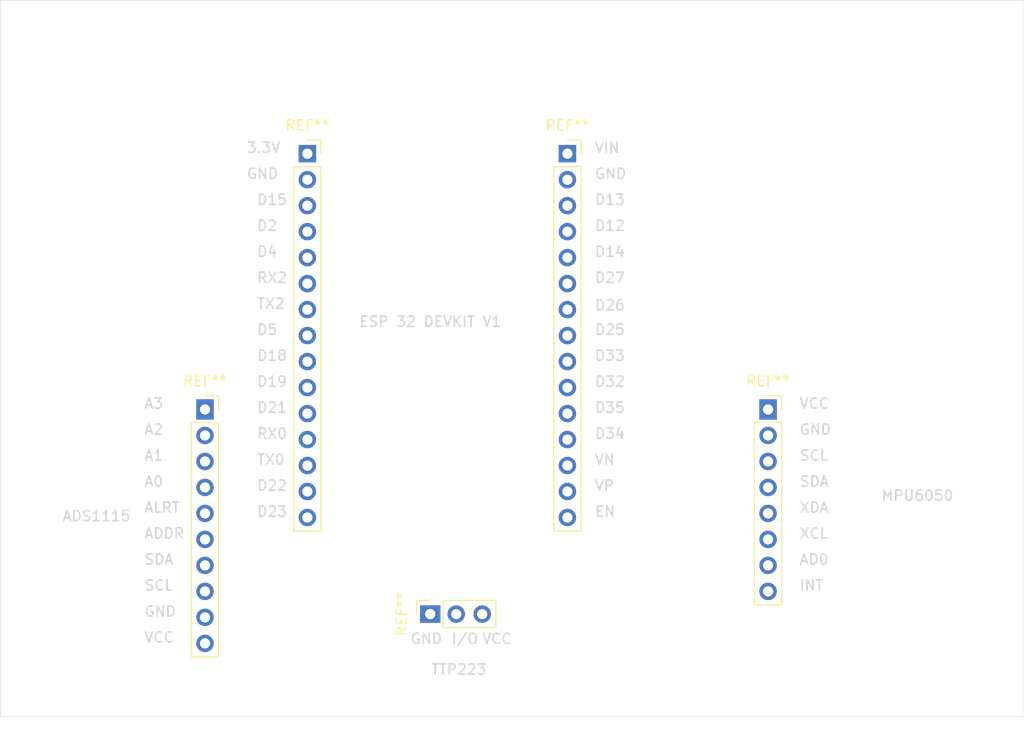
<source format=kicad_pcb>
(kicad_pcb (version 20241229) (generator "pcbnew") (generator_version "9.0")
  (layers (0 "F.Cu" signal) (2 "B.Cu" signal) (13 "F.Paste" user) (15 "B.Paste" user) (5 "F.SilkS" user "F.Silkscreen") (7 "B.SilkS" user "B.Silkscreen") (1 "F.Mask" user) (3 "B.Mask" user) (25 "Edge.Cuts" user))
  (net 0 "")
  (footprint "Connector_PinSocket_2.54mm:PinSocket_1x15_P2.54mm_Vertical" (layer "F.Cu") (at 30 15)
    (property "Reference" "REF**" (at 0 -2.77 0) (layer "F.SilkS"))
    (property "Value" "PinSocket_1x15_P2.54mm_Vertical")
    (fp_line (start -1.33 1.27) (end -1.33 36.89) (stroke (width 0.12)) (layer "F.SilkS"))
    (fp_line (start -1.33 1.27) (end 1.33 1.27) (stroke (width 0.12)) (layer "F.SilkS"))
    (fp_line (start -1.33 36.89) (end 1.33 36.89) (stroke (width 0.12)) (layer "F.SilkS"))
    (fp_line (start 0 -1.33) (end 1.33 -1.33) (stroke (width 0.12)) (layer "F.SilkS"))
    (fp_line (start 1.33 -1.33) (end 1.33 0) (stroke (width 0.12)) (layer "F.SilkS"))
    (fp_line (start 1.33 1.27) (end 1.33 36.89) (stroke (width 0.12)) (layer "F.SilkS"))
    (pad "1" thru_hole rect (at 0 0) (size 1.7 1.7) (drill 1) (layers "*.Cu" "*.Mask"))
    (pad "2" thru_hole circle (at 0 2.54) (size 1.7 1.7) (drill 1) (layers "*.Cu" "*.Mask"))
    (pad "3" thru_hole circle (at 0 5.08) (size 1.7 1.7) (drill 1) (layers "*.Cu" "*.Mask"))
    (pad "4" thru_hole circle (at 0 7.62) (size 1.7 1.7) (drill 1) (layers "*.Cu" "*.Mask"))
    (pad "5" thru_hole circle (at 0 10.16) (size 1.7 1.7) (drill 1) (layers "*.Cu" "*.Mask"))
    (pad "6" thru_hole circle (at 0 12.7) (size 1.7 1.7) (drill 1) (layers "*.Cu" "*.Mask"))
    (pad "7" thru_hole circle (at 0 15.24) (size 1.7 1.7) (drill 1) (layers "*.Cu" "*.Mask"))
    (pad "8" thru_hole circle (at 0 17.78) (size 1.7 1.7) (drill 1) (layers "*.Cu" "*.Mask"))
    (pad "9" thru_hole circle (at 0 20.32) (size 1.7 1.7) (drill 1) (layers "*.Cu" "*.Mask"))
    (pad "10" thru_hole circle (at 0 22.86) (size 1.7 1.7) (drill 1) (layers "*.Cu" "*.Mask"))
    (pad "11" thru_hole circle (at 0 25.4) (size 1.7 1.7) (drill 1) (layers "*.Cu" "*.Mask"))
    (pad "12" thru_hole circle (at 0 27.94) (size 1.7 1.7) (drill 1) (layers "*.Cu" "*.Mask"))
    (pad "13" thru_hole circle (at 0 30.48) (size 1.7 1.7) (drill 1) (layers "*.Cu" "*.Mask"))
    (pad "14" thru_hole circle (at 0 33.02) (size 1.7 1.7) (drill 1) (layers "*.Cu" "*.Mask"))
    (pad "15" thru_hole circle (at 0 35.56) (size 1.7 1.7) (drill 1) (layers "*.Cu" "*.Mask"))
  )
  (footprint "Connector_PinSocket_2.54mm:PinSocket_1x15_P2.54mm_Vertical" (layer "F.Cu") (at 55.4 15)
    (property "Reference" "REF**" (at 0 -2.77 0) (layer "F.SilkS"))
    (property "Value" "PinSocket_1x15_P2.54mm_Vertical")
    (fp_line (start -1.33 1.27) (end -1.33 36.89) (stroke (width 0.12)) (layer "F.SilkS"))
    (fp_line (start -1.33 1.27) (end 1.33 1.27) (stroke (width 0.12)) (layer "F.SilkS"))
    (fp_line (start -1.33 36.89) (end 1.33 36.89) (stroke (width 0.12)) (layer "F.SilkS"))
    (fp_line (start 0 -1.33) (end 1.33 -1.33) (stroke (width 0.12)) (layer "F.SilkS"))
    (fp_line (start 1.33 -1.33) (end 1.33 0) (stroke (width 0.12)) (layer "F.SilkS"))
    (fp_line (start 1.33 1.27) (end 1.33 36.89) (stroke (width 0.12)) (layer "F.SilkS"))
    (pad "1" thru_hole rect (at 0 0) (size 1.7 1.7) (drill 1) (layers "*.Cu" "*.Mask"))
    (pad "2" thru_hole circle (at 0 2.54) (size 1.7 1.7) (drill 1) (layers "*.Cu" "*.Mask"))
    (pad "3" thru_hole circle (at 0 5.08) (size 1.7 1.7) (drill 1) (layers "*.Cu" "*.Mask"))
    (pad "4" thru_hole circle (at 0 7.62) (size 1.7 1.7) (drill 1) (layers "*.Cu" "*.Mask"))
    (pad "5" thru_hole circle (at 0 10.16) (size 1.7 1.7) (drill 1) (layers "*.Cu" "*.Mask"))
    (pad "6" thru_hole circle (at 0 12.7) (size 1.7 1.7) (drill 1) (layers "*.Cu" "*.Mask"))
    (pad "7" thru_hole circle (at 0 15.24) (size 1.7 1.7) (drill 1) (layers "*.Cu" "*.Mask"))
    (pad "8" thru_hole circle (at 0 17.78) (size 1.7 1.7) (drill 1) (layers "*.Cu" "*.Mask"))
    (pad "9" thru_hole circle (at 0 20.32) (size 1.7 1.7) (drill 1) (layers "*.Cu" "*.Mask"))
    (pad "10" thru_hole circle (at 0 22.86) (size 1.7 1.7) (drill 1) (layers "*.Cu" "*.Mask"))
    (pad "11" thru_hole circle (at 0 25.4) (size 1.7 1.7) (drill 1) (layers "*.Cu" "*.Mask"))
    (pad "12" thru_hole circle (at 0 27.94) (size 1.7 1.7) (drill 1) (layers "*.Cu" "*.Mask"))
    (pad "13" thru_hole circle (at 0 30.48) (size 1.7 1.7) (drill 1) (layers "*.Cu" "*.Mask"))
    (pad "14" thru_hole circle (at 0 33.02) (size 1.7 1.7) (drill 1) (layers "*.Cu" "*.Mask"))
    (pad "15" thru_hole circle (at 0 35.56) (size 1.7 1.7) (drill 1) (layers "*.Cu" "*.Mask"))
  )
  (footprint "Connector_PinSocket_2.54mm:PinSocket_1x03_P2.54mm_Vertical" (layer "F.Cu") (at 42 60 90)
    (property "Reference" "REF**" (at 0 -2.77 90) (layer "F.SilkS"))
    (property "Value" "PinSocket_1x03_P2.54mm_Vertical")
    (fp_line (start 1.33 -1.33) (end 1.33 0) (stroke (width 0.12)) (layer "F.SilkS"))
    (fp_line (start 0 -1.33) (end 1.33 -1.33) (stroke (width 0.12)) (layer "F.SilkS"))
    (fp_line (start 1.33 1.27) (end 1.33 6.41) (stroke (width 0.12)) (layer "F.SilkS"))
    (fp_line (start -1.33 1.27) (end 1.33 1.27) (stroke (width 0.12)) (layer "F.SilkS"))
    (fp_line (start -1.33 1.27) (end -1.33 6.41) (stroke (width 0.12)) (layer "F.SilkS"))
    (fp_line (start -1.33 6.41) (end 1.33 6.41) (stroke (width 0.12)) (layer "F.SilkS"))
    (pad "1" thru_hole rect (at 0 0 90) (size 1.7 2) (drill 1) (layers "*.Cu" "*.Mask"))
    (pad "2" thru_hole circle (at 0 2.54 90) (size 1.7 1.7) (drill 1) (layers "*.Cu" "*.Mask"))
    (pad "3" thru_hole circle (at 0 5.08 90) (size 1.7 1.7) (drill 1) (layers "*.Cu" "*.Mask"))
  )
  (footprint "Connector_PinSocket_2.54mm:PinSocket_1x10_P2.54mm_Vertical" (layer "F.Cu") (at 20 40)
    (property "Reference" "REF**" (at 0 -2.77 0) (layer "F.SilkS"))
    (property "Value" "PinSocket_1x10_P2.54mm_Vertical")
    (fp_line (start -1.33 1.27) (end -1.33 24.19) (stroke (width 0.12)) (layer "F.SilkS"))
    (fp_line (start -1.33 1.27) (end 1.33 1.27) (stroke (width 0.12)) (layer "F.SilkS"))
    (fp_line (start -1.33 24.19) (end 1.33 24.19) (stroke (width 0.12)) (layer "F.SilkS"))
    (fp_line (start 0 -1.33) (end 1.33 -1.33) (stroke (width 0.12)) (layer "F.SilkS"))
    (fp_line (start 1.33 -1.33) (end 1.33 0) (stroke (width 0.12)) (layer "F.SilkS"))
    (fp_line (start 1.33 1.27) (end 1.33 24.19) (stroke (width 0.12)) (layer "F.SilkS"))
    (pad "1" thru_hole rect (at 0 0) (size 1.7 2) (drill 1) (layers "*.Cu" "*.Mask"))
    (pad "2" thru_hole circle (at 0 2.54) (size 1.7 1.7) (drill 1) (layers "*.Cu" "*.Mask"))
    (pad "3" thru_hole circle (at 0 5.08) (size 1.7 1.7) (drill 1) (layers "*.Cu" "*.Mask"))
    (pad "4" thru_hole circle (at 0 7.62) (size 1.7 1.7) (drill 1) (layers "*.Cu" "*.Mask"))
    (pad "5" thru_hole circle (at 0 10.16) (size 1.7 1.7) (drill 1) (layers "*.Cu" "*.Mask"))
    (pad "6" thru_hole circle (at 0 12.7) (size 1.7 1.7) (drill 1) (layers "*.Cu" "*.Mask"))
    (pad "7" thru_hole circle (at 0 15.24) (size 1.7 1.7) (drill 1) (layers "*.Cu" "*.Mask"))
    (pad "8" thru_hole circle (at 0 17.78) (size 1.7 1.7) (drill 1) (layers "*.Cu" "*.Mask"))
    (pad "9" thru_hole circle (at 0 20.32) (size 1.7 1.7) (drill 1) (layers "*.Cu" "*.Mask"))
    (pad "10" thru_hole circle (at 0 22.86) (size 1.7 1.7) (drill 1) (layers "*.Cu" "*.Mask"))
  )
  (footprint "Connector_PinSocket_2.54mm:PinSocket_1x08_P2.54mm_Vertical" (layer "F.Cu") (at 75 40)
    (property "Reference" "REF**" (at 0 -2.77 0) (layer "F.SilkS"))
    (property "Value" "PinSocket_1x08_P2.54mm_Vertical")
    (fp_line (start -1.33 1.27) (end -1.33 19.11) (stroke (width 0.12)) (layer "F.SilkS"))
    (fp_line (start -1.33 1.27) (end 1.33 1.27) (stroke (width 0.12)) (layer "F.SilkS"))
    (fp_line (start -1.33 19.11) (end 1.33 19.11) (stroke (width 0.12)) (layer "F.SilkS"))
    (fp_line (start 0 -1.33) (end 1.33 -1.33) (stroke (width 0.12)) (layer "F.SilkS"))
    (fp_line (start 1.33 -1.33) (end 1.33 0) (stroke (width 0.12)) (layer "F.SilkS"))
    (fp_line (start 1.33 1.27) (end 1.33 19.11) (stroke (width 0.12)) (layer "F.SilkS"))
    (pad "1" thru_hole rect (at 0 0) (size 1.7 2) (drill 1) (layers "*.Cu" "*.Mask"))
    (pad "2" thru_hole circle (at 0 2.54) (size 1.7 1.7) (drill 1) (layers "*.Cu" "*.Mask"))
    (pad "3" thru_hole circle (at 0 5.08) (size 1.7 1.7) (drill 1) (layers "*.Cu" "*.Mask"))
    (pad "4" thru_hole circle (at 0 7.62) (size 1.7 1.7) (drill 1) (layers "*.Cu" "*.Mask"))
    (pad "5" thru_hole circle (at 0 10.16) (size 1.7 1.7) (drill 1) (layers "*.Cu" "*.Mask"))
    (pad "6" thru_hole circle (at 0 12.7) (size 1.7 1.7) (drill 1) (layers "*.Cu" "*.Mask"))
    (pad "7" thru_hole circle (at 0 15.24) (size 1.7 1.7) (drill 1) (layers "*.Cu" "*.Mask"))
    (pad "8" thru_hole circle (at 0 17.78) (size 1.7 1.7) (drill 1) (layers "*.Cu" "*.Mask"))
  )
  (gr_rect (start 0 0) (end 100 70) (stroke (width 0.05)) (fill no) (layer "Edge.Cuts"))
  (gr_text "3.3V\n" (at 24 15 0) (layer "Edge.Cuts") (effects (font (size 1 1)) (justify left bottom)))
  (gr_text "ADS1115" (at 6 51 0) (layer "Edge.Cuts") (effects (font (size 1 1)) (justify left bottom)))
  (gr_text "I/O" (at 44 63 0) (layer "Edge.Cuts") (effects (font (size 1 1)) (justify left bottom)))
  (gr_text "D12" (at 58 22.62 0) (layer "Edge.Cuts") (effects (font (size 1 1)) (justify left bottom)))
  (gr_text "GND" (at 40 63 0) (layer "Edge.Cuts") (effects (font (size 1 1)) (justify left bottom)))
  (gr_text "RX0" (at 25 42.94 0) (layer "Edge.Cuts") (effects (font (size 1 1)) (justify left bottom)))
  (gr_text "D18" (at 25 35.32 0) (layer "Edge.Cuts") (effects (font (size 1 1)) (justify left bottom)))
  (gr_text "XDA" (at 78 50.16 0) (layer "Edge.Cuts") (effects (font (size 1 1)) (justify left bottom)))
  (gr_text "D25\n" (at 58 32.78 0) (layer "Edge.Cuts") (effects (font (size 1 1)) (justify left bottom)))
  (gr_text "D32\n" (at 58 37.86 0) (layer "Edge.Cuts") (effects (font (size 1 1)) (justify left bottom)))
  (gr_text "D33" (at 58 35.32 0) (layer "Edge.Cuts") (effects (font (size 1 1)) (justify left bottom)))
  (gr_text "ESP 32 DEVKIT V1" (at 42 32 0) (layer "Edge.Cuts") (effects (font (size 1 1)) (justify bottom)))
  (gr_text "TX2\n" (at 25 30.24 0) (layer "Edge.Cuts") (effects (font (size 1 1)) (justify left bottom)))
  (gr_text "XCL" (at 78 52.7 0) (layer "Edge.Cuts") (effects (font (size 1 1)) (justify left bottom)))
  (gr_text "D22\n" (at 25 48.02 0) (layer "Edge.Cuts") (effects (font (size 1 1)) (justify left bottom)))
  (gr_text "GND\n" (at 58 17.54 0) (layer "Edge.Cuts") (effects (font (size 1 1)) (justify left bottom)))
  (gr_text "A3" (at 14 40 0) (layer "Edge.Cuts") (effects (font (size 1 1)) (justify left bottom)))
  (gr_text "VCC" (at 14 62.86 0) (layer "Edge.Cuts") (effects (font (size 1 1)) (justify left bottom)))
  (gr_text "TTP223\n" (at 42 66 0) (layer "Edge.Cuts") (effects (font (size 1 1)) (justify left bottom)))
  (gr_text "D35\n" (at 58 40.4 0) (layer "Edge.Cuts") (effects (font (size 1 1)) (justify left bottom)))
  (gr_text "D26\n\n" (at 58 32 0) (layer "Edge.Cuts") (effects (font (size 1 1)) (justify left bottom)))
  (gr_text "D2" (at 25 22.62 0) (layer "Edge.Cuts") (effects (font (size 1 1)) (justify left bottom)))
  (gr_text "MPU6050" (at 86 49 0) (layer "Edge.Cuts") (effects (font (size 1 1)) (justify left bottom)))
  (gr_text "D21\n" (at 25 40.4 0) (layer "Edge.Cuts") (effects (font (size 1 1)) (justify left bottom)))
  (gr_text "VCC" (at 78 40 0) (layer "Edge.Cuts") (effects (font (size 1 1)) (justify left bottom)))
  (gr_text "D4" (at 25 25.16 0) (layer "Edge.Cuts") (effects (font (size 1 1)) (justify left bottom)))
  (gr_text "A0" (at 14 47.62 0) (layer "Edge.Cuts") (effects (font (size 1 1)) (justify left bottom)))
  (gr_text "A1" (at 14 45.08 0) (layer "Edge.Cuts") (effects (font (size 1 1)) (justify left bottom)))
  (gr_text "SCL" (at 14 57.78 0) (layer "Edge.Cuts") (effects (font (size 1 1)) (justify left bottom)))
  (gr_text "SCL" (at 78 45.08 0) (layer "Edge.Cuts") (effects (font (size 1 1)) (justify left bottom)))
  (gr_text "GND" (at 14 60.32 0) (layer "Edge.Cuts") (effects (font (size 1 1)) (justify left bottom)))
  (gr_text "ADDR" (at 14 52.7 0) (layer "Edge.Cuts") (effects (font (size 1 1)) (justify left bottom)))
  (gr_text "VIN" (at 58 15 0) (layer "Edge.Cuts") (effects (font (size 1 1)) (justify left bottom)))
  (gr_text "GND" (at 78 42.54 0) (layer "Edge.Cuts") (effects (font (size 1 1)) (justify left bottom)))
  (gr_text "VP\n" (at 58 48.02 0) (layer "Edge.Cuts") (effects (font (size 1 1)) (justify left bottom)))
  (gr_text "VN\n" (at 58 45.48 0) (layer "Edge.Cuts") (effects (font (size 1 1)) (justify left bottom)))
  (gr_text "TX0\n" (at 25 45.48 0) (layer "Edge.Cuts") (effects (font (size 1 1)) (justify left bottom)))
  (gr_text "D23\n" (at 25 50.56 0) (layer "Edge.Cuts") (effects (font (size 1 1)) (justify left bottom)))
  (gr_text "ALRT" (at 14 50.16 0) (layer "Edge.Cuts") (effects (font (size 1 1)) (justify left bottom)))
  (gr_text "D27\n" (at 58 27.7 0) (layer "Edge.Cuts") (effects (font (size 1 1)) (justify left bottom)))
  (gr_text "SDA" (at 14 55.24 0) (layer "Edge.Cuts") (effects (font (size 1 1)) (justify left bottom)))
  (gr_text "INT" (at 78 57.78 0) (layer "Edge.Cuts") (effects (font (size 1 1)) (justify left bottom)))
  (gr_text "VCC" (at 47 63 0) (layer "Edge.Cuts") (effects (font (size 1 1)) (justify left bottom)))
  (gr_text "GND\n" (at 24 17.54 0) (layer "Edge.Cuts") (effects (font (size 1 1)) (justify left bottom)))
  (gr_text "D34\n" (at 58 42.94 0) (layer "Edge.Cuts") (effects (font (size 1 1)) (justify left bottom)))
  (gr_text "RX2" (at 25 27.7 0) (layer "Edge.Cuts") (effects (font (size 1 1)) (justify left bottom)))
  (gr_text "D5" (at 25 32.78 0) (layer "Edge.Cuts") (effects (font (size 1 1)) (justify left bottom)))
  (gr_text "AD0" (at 78 55.24 0) (layer "Edge.Cuts") (effects (font (size 1 1)) (justify left bottom)))
  (gr_text "SDA" (at 78 47.62 0) (layer "Edge.Cuts") (effects (font (size 1 1)) (justify left bottom)))
  (gr_text "D19\n" (at 25 37.86 0) (layer "Edge.Cuts") (effects (font (size 1 1)) (justify left bottom)))
  (gr_text "D14" (at 58 25.16 0) (layer "Edge.Cuts") (effects (font (size 1 1)) (justify left bottom)))
  (gr_text "EN\n" (at 58 50.56 0) (layer "Edge.Cuts") (effects (font (size 1 1)) (justify left bottom)))
  (gr_text "D13\n" (at 58 20.08 0) (layer "Edge.Cuts") (effects (font (size 1 1)) (justify left bottom)))
  (gr_text "D15" (at 25 20.08 0) (layer "Edge.Cuts") (effects (font (size 1 1)) (justify left bottom)))
  (gr_text "A2" (at 14 42.54 0) (layer "Edge.Cuts") (effects (font (size 1 1)) (justify left bottom)))
)
</source>
